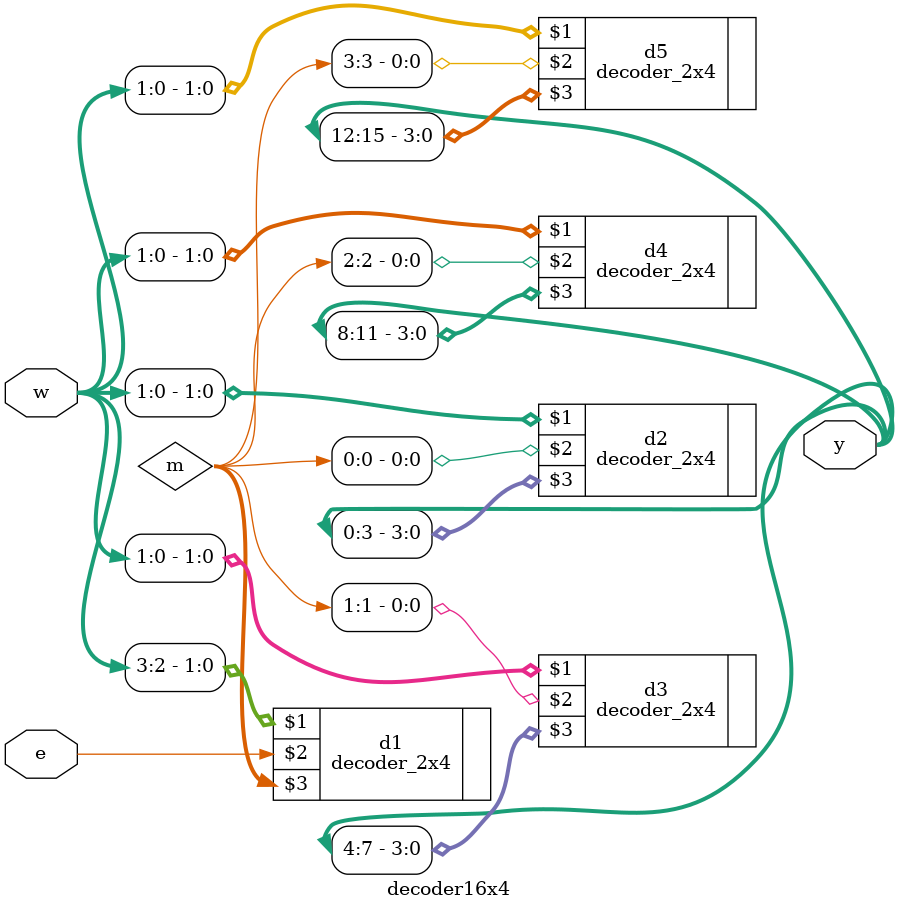
<source format=v>
`include "decoder2x4.v"

module decoder16x4(w,e,y);
  
  input [3:0]w;
  input e;
  output [0:15]y;
  
  wire [0:3] m;
  
  decoder_2x4 d1 (w[3:2],e,m[0:3]);
  decoder_2x4 d2 (w[1:0],m[0],y[0:3]);
  decoder_2x4 d3 (w[1:0],m[1],y[4:7]);
  decoder_2x4 d4 (w[1:0],m[2],y[8:11]);
  decoder_2x4 d5 (w[1:0],m[3],y[12:15]);
  
endmodule
</source>
